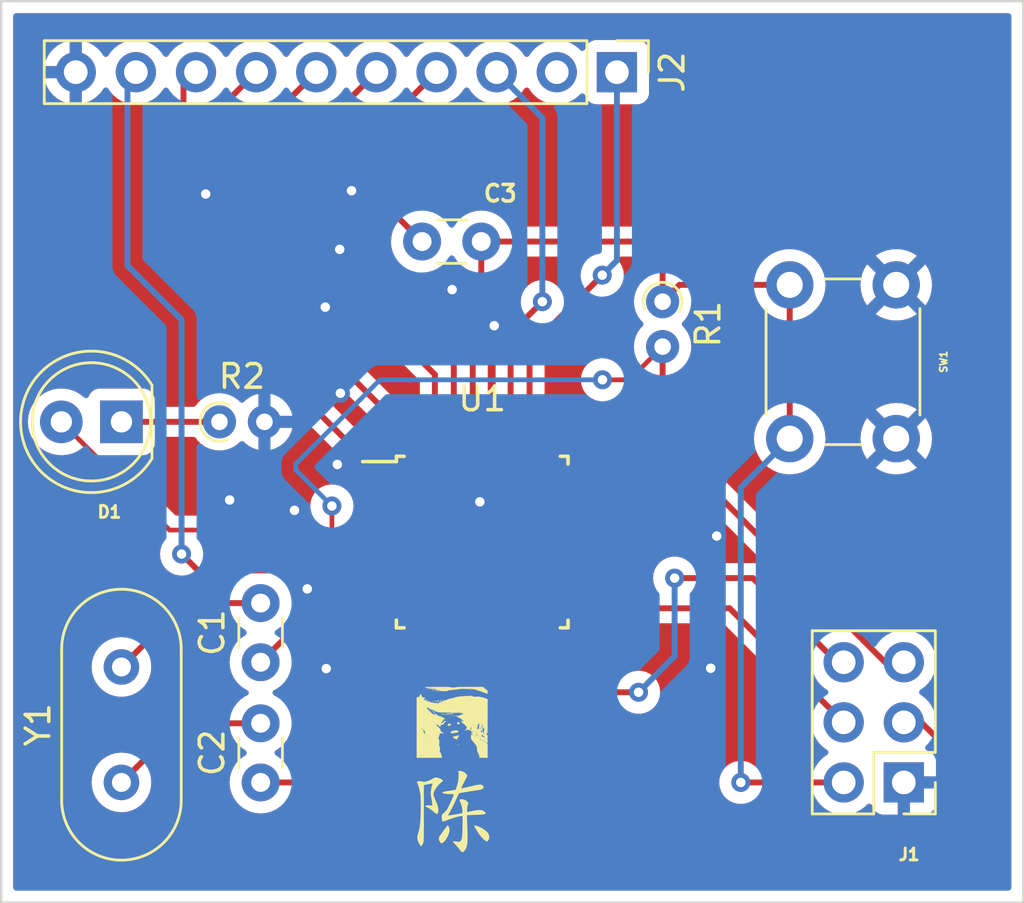
<source format=kicad_pcb>
(kicad_pcb (version 20221018) (generator pcbnew)
  (layers (0 "F.Cu" signal) (31 "B.Cu" signal) (34 "B.Paste" user) (35 "F.Paste" user) (36 "B.SilkS" user "B.Silkscreen") (37 "F.SilkS" user "F.Silkscreen") (38 "B.Mask" user) (39 "F.Mask" user) (44 "Edge.Cuts" user))
  (net 0 "")
  (net 1 "Net-(C1-Pad1)")
  (net 2 "Net-(C1-Pad2)")
  (net 3 "Net-(C2-Pad1)")
  (net 4 "Net-(C2-Pad2)")
  (net 5 "RST")
  (net 6 "5V")
  (net 7 "MISO")
  (net 8 "GND")
  (net 9 "SCK")
  (net 10 "Net-(C3-Pad2)")
  (net 11 "Net-(D1-Pad1)")
  (net 21 "MOSI")
  (net 27 "Net-(J2-Pad1)")
  (net 31 "Net-(J2-Pad3)")
  (net 32 "Net-(J2-Pad5)")
  (net 33 "Net-(J2-Pad6)")
  (net 34 "Net-(J2-Pad7)")
  (net 35 "Net-(J2-Pad8)")
  (net 36 "Net-(U1-Pad6)")
  (footprint "jasonpcbart:art2" (layer "F.Cu") (at 120.65 102.87)
    (fp_text reference "G***" hide)
    (fp_text value "LOGO" hide)
  )
  (footprint "Capacitor_THT:C_Disc_D3.0mm_W1.6mm_P2.50mm" (layer "F.Cu") (at 112.56 101.6 90)
    (fp_text reference "C2" (at 1.25 -2.05 90) (layer "F.SilkS"))
    (fp_text value "22pF")
    (pad "1" thru_hole circle (at 0 0 90) (size 1.6 1.6) (drill 0.8) (layers "*.Cu" "*.Mask") (net 3 "Net-(C2-Pad1)"))
    (pad "2" thru_hole circle (at 2.5 0 90) (size 1.6 1.6) (drill 0.8) (layers "*.Cu" "*.Mask") (net 4 "Net-(C2-Pad2)"))
  )
  (footprint "jasonpcbart:art3" (layer "F.Cu") (at 120.65 99.06)
    (fp_text reference "G***" hide)
    (fp_text value "LOGO" hide)
  )
  (footprint "Crystal:Crystal_HC49-4H_Vertical" (layer "F.Cu") (at 106.68 101.6 90)
    (fp_text reference "Y1" (at 2.44 -3.525 90) (layer "F.SilkS"))
    (fp_text value "Crystal")
    (pad "1" thru_hole circle (at 0 0 90) (size 1.5 1.5) (drill 0.8) (layers "*.Cu" "*.Mask") (net 4 "Net-(C2-Pad2)"))
    (pad "2" thru_hole circle (at 4.88 0 90) (size 1.5 1.5) (drill 0.8) (layers "*.Cu" "*.Mask") (net 2 "Net-(C1-Pad2)"))
  )
  (footprint "Resistor_THT:R_Axial_DIN0204_L3.6mm_D1.6mm_P1.90mm_Vertical" (layer "F.Cu") (at 129.54 81.28 -90)
    (fp_text reference "R1" (at 0.95 -1.92 90) (layer "F.SilkS"))
    (fp_text value "10K")
    (pad "1" thru_hole circle (at 0 0 270) (size 1.4 1.4) (drill 0.7) (layers "*.Cu" "*.Mask") (net 5 "RST"))
    (pad "2" thru_hole oval (at 1.9 0 270) (size 1.4 1.4) (drill 0.7) (layers "*.Cu" "*.Mask") (net 6 "5V"))
  )
  (footprint "Capacitor_THT:C_Disc_D3.0mm_W1.6mm_P2.50mm" (layer "F.Cu") (at 112.56 96.52 90)
    (fp_text reference "C1" (at 1.25 -2.05 90) (layer "F.SilkS"))
    (fp_text value "22pF")
    (pad "1" thru_hole circle (at 0 0 90) (size 1.6 1.6) (drill 0.8) (layers "*.Cu" "*.Mask") (net 1 "Net-(C1-Pad1)"))
    (pad "2" thru_hole circle (at 2.5 0 90) (size 1.6 1.6) (drill 0.8) (layers "*.Cu" "*.Mask") (net 2 "Net-(C1-Pad2)"))
  )
  (footprint "Resistor_THT:R_Axial_DIN0204_L3.6mm_D1.6mm_P1.90mm_Vertical" (layer "F.Cu") (at 110.82 86.36)
    (fp_text reference "R2" (at 0.95 -1.92) (layer "F.SilkS"))
    (fp_text value "1k")
    (pad "1" thru_hole circle (at 0 0) (size 1.4 1.4) (drill 0.7) (layers "*.Cu" "*.Mask") (net 11 "Net-(D1-Pad1)"))
    (pad "2" thru_hole oval (at 1.9 0) (size 1.4 1.4) (drill 0.7) (layers "*.Cu" "*.Mask") (net 8 "GND"))
  )
  (footprint "Package_QFP:TQFP-32_7x7mm_P0.8mm" (layer "F.Cu") (at 121.92 91.44)
    (fp_text reference "U1" (at 0 -6.05) (layer "F.SilkS"))
    (fp_text value "ATmega328PB-A" hide)
    (pad "1" smd rect (at -4.25 -2.8) (size 1.6 0.55) (layers "F.Cu" "F.Paste" "F.Mask") (net 35 "Net-(J2-Pad8)"))
    (pad "2" smd rect (at -4.25 -2) (size 1.6 0.55) (layers "F.Cu" "F.Paste" "F.Mask"))
    (pad "3" smd rect (at -4.25 -1.2) (size 1.6 0.55) (layers "F.Cu" "F.Paste" "F.Mask"))
    (pad "4" smd rect (at -4.25 -0.4) (size 1.6 0.55) (layers "F.Cu" "F.Paste" "F.Mask") (net 6 "5V"))
    (pad "5" smd rect (at -4.25 0.4) (size 1.6 0.55) (layers "F.Cu" "F.Paste" "F.Mask") (net 8 "GND"))
    (pad "6" smd rect (at -4.25 1.2) (size 1.6 0.55) (layers "F.Cu" "F.Paste" "F.Mask") (net 36 "Net-(U1-Pad6)"))
    (pad "7" smd rect (at -4.25 2) (size 1.6 0.55) (layers "F.Cu" "F.Paste" "F.Mask") (net 1 "Net-(C1-Pad1)"))
    (pad "8" smd rect (at -4.25 2.8) (size 1.6 0.55) (layers "F.Cu" "F.Paste" "F.Mask") (net 3 "Net-(C2-Pad1)"))
    (pad "9" smd rect (at -2.8 4.25 90) (size 1.6 0.55) (layers "F.Cu" "F.Paste" "F.Mask"))
    (pad "10" smd rect (at -2 4.25 90) (size 1.6 0.55) (layers "F.Cu" "F.Paste" "F.Mask"))
    (pad "11" smd rect (at -1.2 4.25 90) (size 1.6 0.55) (layers "F.Cu" "F.Paste" "F.Mask"))
    (pad "12" smd rect (at -0.4 4.25 90) (size 1.6 0.55) (layers "F.Cu" "F.Paste" "F.Mask"))
    (pad "13" smd rect (at 0.4 4.25 90) (size 1.6 0.55) (layers "F.Cu" "F.Paste" "F.Mask"))
    (pad "14" smd rect (at 1.2 4.25 90) (size 1.6 0.55) (layers "F.Cu" "F.Paste" "F.Mask"))
    (pad "15" smd rect (at 2 4.25 90) (size 1.6 0.55) (layers "F.Cu" "F.Paste" "F.Mask") (net 21 "MOSI"))
    (pad "16" smd rect (at 2.8 4.25 90) (size 1.6 0.55) (layers "F.Cu" "F.Paste" "F.Mask") (net 7 "MISO"))
    (pad "17" smd rect (at 4.25 2.8) (size 1.6 0.55) (layers "F.Cu" "F.Paste" "F.Mask") (net 9 "SCK"))
    (pad "18" smd rect (at 4.25 2) (size 1.6 0.55) (layers "F.Cu" "F.Paste" "F.Mask"))
    (pad "19" smd rect (at 4.25 1.2) (size 1.6 0.55) (layers "F.Cu" "F.Paste" "F.Mask"))
    (pad "20" smd rect (at 4.25 0.4) (size 1.6 0.55) (layers "F.Cu" "F.Paste" "F.Mask"))
    (pad "21" smd rect (at 4.25 -0.4) (size 1.6 0.55) (layers "F.Cu" "F.Paste" "F.Mask") (net 8 "GND"))
    (pad "22" smd rect (at 4.25 -1.2) (size 1.6 0.55) (layers "F.Cu" "F.Paste" "F.Mask"))
    (pad "23" smd rect (at 4.25 -2) (size 1.6 0.55) (layers "F.Cu" "F.Paste" "F.Mask"))
    (pad "24" smd rect (at 4.25 -2.8) (size 1.6 0.55) (layers "F.Cu" "F.Paste" "F.Mask"))
    (pad "25" smd rect (at 2.8 -4.25 90) (size 1.6 0.55) (layers "F.Cu" "F.Paste" "F.Mask"))
    (pad "26" smd rect (at 2 -4.25 90) (size 1.6 0.55) (layers "F.Cu" "F.Paste" "F.Mask") (net 27 "Net-(J2-Pad1)"))
    (pad "27" smd rect (at 1.2 -4.25 90) (size 1.6 0.55) (layers "F.Cu" "F.Paste" "F.Mask") (net 31 "Net-(J2-Pad3)"))
    (pad "28" smd rect (at 0.4 -4.25 90) (size 1.6 0.55) (layers "F.Cu" "F.Paste" "F.Mask"))
    (pad "29" smd rect (at -0.4 -4.25 90) (size 1.6 0.55) (layers "F.Cu" "F.Paste" "F.Mask") (net 5 "RST"))
    (pad "30" smd rect (at -1.2 -4.25 90) (size 1.6 0.55) (layers "F.Cu" "F.Paste" "F.Mask") (net 32 "Net-(J2-Pad5)"))
    (pad "31" smd rect (at -2 -4.25 90) (size 1.6 0.55) (layers "F.Cu" "F.Paste" "F.Mask") (net 33 "Net-(J2-Pad6)"))
    (pad "32" smd rect (at -2.8 -4.25 90) (size 1.6 0.55) (layers "F.Cu" "F.Paste" "F.Mask") (net 34 "Net-(J2-Pad7)"))
  )
  (footprint "Connector_PinHeader_2.54mm:PinHeader_2x03_P2.54mm_Vertical" (layer "F.Cu") (at 139.73 101.6 180)
    (fp_text reference "J1" (at -0.224 -3.048) (layer "F.SilkS") (effects (font (size 0.5 0.5) (thickness 0.125))))
    (fp_text value "6pin")
    (pad "1" thru_hole rect (at 0 0 180) (size 1.7 1.7) (drill 1) (layers "*.Cu" "*.Mask") (net 8 "GND"))
    (pad "2" thru_hole oval (at 2.54 0 180) (size 1.7 1.7) (drill 1) (layers "*.Cu" "*.Mask") (net 5 "RST"))
    (pad "3" thru_hole oval (at 0 2.54 180) (size 1.7 1.7) (drill 1) (layers "*.Cu" "*.Mask") (net 21 "MOSI"))
    (pad "4" thru_hole oval (at 2.54 2.54 180) (size 1.7 1.7) (drill 1) (layers "*.Cu" "*.Mask") (net 9 "SCK"))
    (pad "5" thru_hole oval (at 0 5.08 180) (size 1.7 1.7) (drill 1) (layers "*.Cu" "*.Mask") (net 6 "5V"))
    (pad "6" thru_hole oval (at 2.54 5.08 180) (size 1.7 1.7) (drill 1) (layers "*.Cu" "*.Mask") (net 7 "MISO"))
  )
  (footprint "LED_THT:LED_D5.0mm" (layer "F.Cu") (at 106.68 86.36 180)
    (fp_text reference "D1" (at 0.508 -3.81) (layer "F.SilkS") (effects (font (size 0.5 0.5) (thickness 0.125))))
    (fp_text value "LED")
    (pad "1" thru_hole rect (at 0 0 180) (size 1.8 1.8) (drill 0.9) (layers "*.Cu" "*.Mask") (net 11 "Net-(D1-Pad1)"))
    (pad "2" thru_hole circle (at 2.54 0 180) (size 1.8 1.8) (drill 0.9) (layers "*.Cu" "*.Mask") (net 6 "5V"))
  )
  (footprint "Button_Switch_THT:SW_PUSH_6mm" (layer "F.Cu") (at 139.41 80.57 -90)
    (fp_text reference "SW1" (at 3.25 -2 90) (layer "F.SilkS") (effects (font (size 0.3 0.3) (thickness 0.075))))
    (fp_text value "SW_Push_Open")
    (pad "1" thru_hole circle (at 0 0) (size 2 2) (drill 1.1) (layers "*.Cu" "*.Mask") (net 8 "GND"))
    (pad "1" thru_hole circle (at 6.5 0) (size 2 2) (drill 1.1) (layers "*.Cu" "*.Mask") (net 8 "GND"))
    (pad "2" thru_hole circle (at 0 4.5) (size 2 2) (drill 1.1) (layers "*.Cu" "*.Mask") (net 5 "RST"))
    (pad "2" thru_hole circle (at 6.5 4.5) (size 2 2) (drill 1.1) (layers "*.Cu" "*.Mask") (net 5 "RST"))
  )
  (footprint "Capacitor_THT:C_Disc_D3.0mm_W1.6mm_P2.50mm" (layer "F.Cu") (at 121.88 78.74 180)
    (fp_text reference "C3" (at -0.802 2.032 180) (layer "F.SilkS") (effects (font (size 0.7 0.7))))
    (fp_text value "100nF")
    (pad "1" thru_hole circle (at 0 0 180) (size 1.6 1.6) (drill 0.8) (layers "*.Cu" "*.Mask") (net 5 "RST"))
    (pad "2" thru_hole circle (at 2.5 0 180) (size 1.6 1.6) (drill 0.8) (layers "*.Cu" "*.Mask") (net 10 "Net-(C3-Pad2)"))
  )
  (footprint "Connector_PinHeader_2.54mm:PinHeader_1x10_P2.54mm_Vertical" (layer "F.Cu") (at 127.61 71.58 -90)
    (fp_text reference "J2" (at 0 -2.33 90) (layer "F.SilkS"))
    (fp_text value "Conn_01x10")
    (pad "1" thru_hole rect (at 0 0 270) (size 1.7 1.7) (drill 1) (layers "*.Cu" "*.Mask") (net 27 "Net-(J2-Pad1)"))
    (pad "2" thru_hole oval (at 0 2.54 270) (size 1.7 1.7) (drill 1) (layers "*.Cu" "*.Mask"))
    (pad "3" thru_hole oval (at 0 5.08 270) (size 1.7 1.7) (drill 1) (layers "*.Cu" "*.Mask") (net 31 "Net-(J2-Pad3)"))
    (pad "4" thru_hole oval (at 0 7.62 270) (size 1.7 1.7) (drill 1) (layers "*.Cu" "*.Mask") (net 10 "Net-(C3-Pad2)"))
    (pad "5" thru_hole oval (at 0 10.16 270) (size 1.7 1.7) (drill 1) (layers "*.Cu" "*.Mask") (net 32 "Net-(J2-Pad5)"))
    (pad "6" thru_hole oval (at 0 12.7 270) (size 1.7 1.7) (drill 1) (layers "*.Cu" "*.Mask") (net 33 "Net-(J2-Pad6)"))
    (pad "7" thru_hole oval (at 0 15.24 270) (size 1.7 1.7) (drill 1) (layers "*.Cu" "*.Mask") (net 34 "Net-(J2-Pad7)"))
    (pad "8" thru_hole oval (at 0 17.78 270) (size 1.7 1.7) (drill 1) (layers "*.Cu" "*.Mask") (net 35 "Net-(J2-Pad8)"))
    (pad "9" thru_hole oval (at 0 20.32 270) (size 1.7 1.7) (drill 1) (layers "*.Cu" "*.Mask") (net 36 "Net-(U1-Pad6)"))
    (pad "10" thru_hole oval (at 0 22.86 270) (size 1.7 1.7) (drill 1) (layers "*.Cu" "*.Mask") (net 8 "GND"))
  )
  (gr_rect (start 101.6 68.58) (end 144.78 106.68) (stroke (width 0.1)) (fill none) (layer "Edge.Cuts"))
  (segment (start 115.64 93.44) (end 112.56 96.52) (width 0.25) (layer "F.Cu") (net 1))
  (segment (start 117.67 93.44) (end 115.64 93.44) (width 0.25) (layer "F.Cu") (net 1))
  (segment (start 112.56 94.02) (end 109.38 94.02) (width 0.25) (layer "F.Cu") (net 2))
  (segment (start 109.38 94.02) (end 106.68 96.72) (width 0.25) (layer "F.Cu") (net 2))
  (segment (start 117.67 94.24) (end 117.67 98.23) (width 0.25) (layer "F.Cu") (net 3))
  (segment (start 114.3 101.6) (end 112.56 101.6) (width 0.25) (layer "F.Cu") (net 3))
  (segment (start 117.67 98.23) (end 114.3 101.6) (width 0.25) (layer "F.Cu") (net 3))
  (segment (start 112.56 99.1) (end 109.18 99.1) (width 0.25) (layer "F.Cu") (net 4))
  (segment (start 109.18 99.1) (end 106.68 101.6) (width 0.25) (layer "F.Cu") (net 4))
  (segment (start 137.19 101.6) (end 132.842 101.6) (width 0.25) (layer "F.Cu") (net 5))
  (segment (start 129.54 79.47) (end 128.81 78.74) (width 0.25) (layer "F.Cu") (net 5))
  (segment (start 134.91 80.57) (end 134.91 87.07) (width 0.25) (layer "F.Cu") (net 5))
  (segment (start 121.52 81.68) (end 121.88 81.32) (width 0.25) (layer "F.Cu") (net 5))
  (segment (start 121.88 81.32) (end 121.88 78.74) (width 0.25) (layer "F.Cu") (net 5))
  (segment (start 129.54 81.28) (end 129.54 79.47) (width 0.25) (layer "F.Cu") (net 5))
  (segment (start 121.52 87.19) (end 121.52 81.68) (width 0.25) (layer "F.Cu") (net 5))
  (segment (start 134.91 80.57) (end 130.25 80.57) (width 0.25) (layer "F.Cu") (net 5))
  (segment (start 130.25 80.57) (end 129.54 81.28) (width 0.25) (layer "F.Cu") (net 5))
  (segment (start 128.81 78.74) (end 121.88 78.74) (width 0.25) (layer "F.Cu") (net 5))
  (via (at 132.842 101.6) (size 0.8) (drill 0.4) (layers "F.Cu" "B.Cu") (net 5))
  (segment (start 132.842 101.6) (end 132.842 89.138) (width 0.25) (layer "B.Cu") (net 5))
  (segment (start 132.842 89.138) (end 134.91 87.07) (width 0.25) (layer "B.Cu") (net 5))
  (segment (start 129.54 83.18) (end 129.54 86.36) (width 0.25) (layer "F.Cu") (net 6))
  (segment (start 115.57 90.932) (end 108.712 90.932) (width 0.2) (layer "F.Cu") (net 6))
  (segment (start 115.57 89.916) (end 115.57 90.932) (width 0.2) (layer "F.Cu") (net 6))
  (segment (start 115.57 90.932) (end 117.562 90.932) (width 0.2) (layer "F.Cu") (net 6))
  (segment (start 128.138 84.582) (end 129.54 83.18) (width 0.2) (layer "F.Cu") (net 6))
  (segment (start 138.938 96.52) (end 139.73 96.52) (width 0.25) (layer "F.Cu") (net 6))
  (segment (start 129.54 87.122) (end 138.938 96.52) (width 0.25) (layer "F.Cu") (net 6))
  (segment (start 117.562 90.932) (end 117.67 91.04) (width 0.2) (layer "F.Cu") (net 6))
  (segment (start 129.54 86.36) (end 129.54 87.122) (width 0.25) (layer "F.Cu") (net 6))
  (segment (start 127 84.582) (end 128.138 84.582) (width 0.2) (layer "F.Cu") (net 6))
  (segment (start 108.712 90.932) (end 104.14 86.36) (width 0.2) (layer "F.Cu") (net 6))
  (via (at 127 84.582) (size 0.8) (drill 0.4) (layers "F.Cu" "B.Cu") (net 6))
  (via (at 115.57 89.916) (size 0.8) (drill 0.4) (layers "F.Cu" "B.Cu") (net 6))
  (segment (start 117.602 84.582) (end 114.046 88.138) (width 0.2) (layer "B.Cu") (net 6))
  (segment (start 127 84.582) (end 117.602 84.582) (width 0.2) (layer "B.Cu") (net 6))
  (segment (start 114.046 88.138) (end 114.046 88.392) (width 0.2) (layer "B.Cu") (net 6))
  (segment (start 114.046 88.392) (end 115.57 89.916) (width 0.2) (layer "B.Cu") (net 6))
  (segment (start 126.82 97.79) (end 128.524 97.79) (width 0.25) (layer "F.Cu") (net 7))
  (segment (start 136.906 96.52) (end 133.35 92.964) (width 0.25) (layer "F.Cu") (net 7))
  (segment (start 133.35 92.964) (end 130.048 92.964) (width 0.25) (layer "F.Cu") (net 7))
  (segment (start 124.72 95.69) (end 126.82 97.79) (width 0.25) (layer "F.Cu") (net 7))
  (segment (start 137.19 96.52) (end 136.906 96.52) (width 0.25) (layer "F.Cu") (net 7))
  (segment (start 137.19 96.52) (end 136.652 96.52) (width 0.25) (layer "F.Cu") (net 7))
  (via (at 130.048 92.964) (size 0.8) (drill 0.4) (layers "F.Cu" "B.Cu") (net 7))
  (via (at 128.524 97.79) (size 0.8) (drill 0.4) (layers "F.Cu" "B.Cu") (net 7))
  (segment (start 130.048 96.266) (end 128.524 97.79) (width 0.25) (layer "B.Cu") (net 7))
  (segment (start 130.048 92.964) (end 130.048 96.266) (width 0.25) (layer "B.Cu") (net 7))
  (segment (start 123.12 91.04) (end 121.82 89.74) (width 0.25) (layer "F.Cu") (net 8))
  (segment (start 126.17 91.04) (end 123.12 91.04) (width 0.25) (layer "F.Cu") (net 8))
  (segment (start 117.67 91.84) (end 119.72 91.84) (width 0.25) (layer "F.Cu") (net 8))
  (segment (start 119.72 91.84) (end 121.82 89.74) (width 0.25) (layer "F.Cu") (net 8))
  (via (at 114.53 93.42) (size 0.8) (drill 0.4) (layers "F.Cu" "B.Cu") (net 8))
  (via (at 111.252 89.662) (size 0.8) (drill 0.4) (layers "F.Cu" "B.Cu") (net 8))
  (via (at 122.428 82.296) (size 0.8) (drill 0.4) (layers "F.Cu" "B.Cu") (net 8))
  (via (at 115.33 96.79) (size 0.8) (drill 0.4) (layers "F.Cu" "B.Cu") (net 8))
  (via (at 115.8 88.16) (size 0.8) (drill 0.4) (layers "F.Cu" "B.Cu") (net 8))
  (via (at 115.29 81.51) (size 0.8) (drill 0.4) (layers "F.Cu" "B.Cu") (net 8))
  (via (at 115.93 85.15) (size 0.8) (drill 0.4) (layers "F.Cu" "B.Cu") (net 8))
  (via (at 115.9 79.07) (size 0.8) (drill 0.4) (layers "F.Cu" "B.Cu") (net 8))
  (via (at 110.24 76.73) (size 0.8) (drill 0.4) (layers "F.Cu" "B.Cu") (net 8))
  (via (at 131.572 96.774) (size 0.8) (drill 0.4) (layers "F.Cu" "B.Cu") (net 8))
  (via (at 121.82 89.74) (size 0.8) (drill 0.4) (layers "F.Cu" "B.Cu") (net 8))
  (via (at 113.99 90.1) (size 0.8) (drill 0.4) (layers "F.Cu" "B.Cu") (net 8))
  (via (at 120.65 80.772) (size 0.8) (drill 0.4) (layers "F.Cu" "B.Cu") (net 8))
  (via (at 131.826 91.186) (size 0.8) (drill 0.4) (layers "F.Cu" "B.Cu") (net 8))
  (via (at 116.4 76.59) (size 0.8) (drill 0.4) (layers "F.Cu" "B.Cu") (net 8))
  (segment (start 137.19 99.06) (end 132.37 94.24) (width 0.25) (layer "F.Cu") (net 9))
  (segment (start 132.37 94.24) (end 126.17 94.24) (width 0.25) (layer "F.Cu") (net 9))
  (segment (start 117.3 76.66) (end 117.3 74.27) (width 0.25) (layer "F.Cu") (net 10))
  (segment (start 117.3 74.27) (end 119.99 71.58) (width 0.25) (layer "F.Cu") (net 10))
  (segment (start 119.38 78.74) (end 117.3 76.66) (width 0.25) (layer "F.Cu") (net 10))
  (segment (start 110.82 86.36) (end 106.68 86.36) (width 0.25) (layer "F.Cu") (net 11))
  (segment (start 140.462 99.06) (end 143.002 101.6) (width 0.25) (layer "F.Cu") (net 21))
  (segment (start 139.73 99.06) (end 140.462 99.06) (width 0.25) (layer "F.Cu") (net 21))
  (segment (start 123.92 99.282) (end 123.92 95.69) (width 0.25) (layer "F.Cu") (net 21))
  (segment (start 143.002 105.156) (end 129.794 105.156) (width 0.25) (layer "F.Cu") (net 21))
  (segment (start 143.002 101.6) (end 143.002 105.156) (width 0.25) (layer "F.Cu") (net 21))
  (segment (start 129.794 105.156) (end 123.92 99.282) (width 0.25) (layer "F.Cu") (net 21))
  (segment (start 123.92 87.19) (end 123.92 83.23) (width 0.25) (layer "F.Cu") (net 27))
  (segment (start 123.92 83.23) (end 126.99 80.16) (width 0.25) (layer "F.Cu") (net 27))
  (via (at 126.99 80.16) (size 0.8) (drill 0.4) (layers "F.Cu" "B.Cu") (net 27))
  (segment (start 126.99 80.16) (end 127.61 79.54) (width 0.25) (layer "B.Cu") (net 27))
  (segment (start 127.61 79.54) (end 127.61 71.58) (width 0.25) (layer "B.Cu") (net 27))
  (segment (start 123.12 87.19) (end 123.12 82.62) (width 0.25) (layer "F.Cu") (net 31))
  (segment (start 123.12 82.62) (end 124.46 81.28) (width 0.25) (layer "F.Cu") (net 31))
  (via (at 124.46 81.28) (size 0.8) (drill 0.4) (layers "F.Cu" "B.Cu") (net 31))
  (segment (start 124.46 81.28) (end 124.46 73.51) (width 0.25) (layer "B.Cu") (net 31))
  (segment (start 124.46 73.51) (end 122.53 71.58) (width 0.25) (layer "B.Cu") (net 31))
  (segment (start 120.72 82.62) (end 115.3 77.2) (width 0.25) (layer "F.Cu") (net 32))
  (segment (start 115.3 77.2) (end 115.3 73.73) (width 0.25) (layer "F.Cu") (net 32))
  (segment (start 115.3 73.73) (end 117.45 71.58) (width 0.25) (layer "F.Cu") (net 32))
  (segment (start 120.72 87.19) (end 120.72 82.62) (width 0.25) (layer "F.Cu") (net 32))
  (segment (start 119.92 84.36) (end 113.3 77.74) (width 0.25) (layer "F.Cu") (net 33))
  (segment (start 113.3 77.74) (end 113.3 73.19) (width 0.25) (layer "F.Cu") (net 33))
  (segment (start 119.92 87.19) (end 119.92 84.36) (width 0.25) (layer "F.Cu") (net 33))
  (segment (start 113.3 73.19) (end 114.91 71.58) (width 0.25) (layer "F.Cu") (net 33))
  (segment (start 111.3 72.65) (end 112.37 71.58) (width 0.25) (layer "F.Cu") (net 34))
  (segment (start 111.3 79.37) (end 111.3 72.65) (width 0.25) (layer "F.Cu") (net 34))
  (segment (start 119.12 87.19) (end 111.3 79.37) (width 0.25) (layer "F.Cu") (net 34))
  (segment (start 117.67 88.64) (end 109.3 80.27) (width 0.25) (layer "F.Cu") (net 35))
  (segment (start 109.3 80.27) (end 109.3 72.11) (width 0.25) (layer "F.Cu") (net 35))
  (segment (start 109.3 72.11) (end 109.83 71.58) (width 0.25) (layer "F.Cu") (net 35))
  (segment (start 117.67 92.64) (end 109.912 92.64) (width 0.25) (layer "F.Cu") (net 36))
  (segment (start 109.912 92.64) (end 109.22 91.948) (width 0.25) (layer "F.Cu") (net 36))
  (via (at 109.22 91.948) (size 0.8) (drill 0.4) (layers "F.Cu" "B.Cu") (net 36))
  (segment (start 109.22 91.948) (end 109.22 82.042) (width 0.25) (layer "B.Cu") (net 36))
  (segment (start 106.934 79.756) (end 106.934 71.936) (width 0.25) (layer "B.Cu") (net 36))
  (segment (start 109.22 82.042) (end 106.934 79.756) (width 0.25) (layer "B.Cu") (net 36))
  (segment (start 106.934 71.936) (end 107.29 71.58) (width 0.25) (layer "B.Cu") (net 36))
  (zone (net 8) (net_name "GND") (layers "F&B.Cu") (connect_pads (clearance 0.508)) (min_thickness 0.254) (fill yes (thermal_gap 0.508) (thermal_bridge_width 0.508))
    (polygon (pts (xy 144.78 106.68) (xy 101.6 106.68) (xy 101.6 68.58) (xy 144.78 68.58)))
  )
)
</source>
